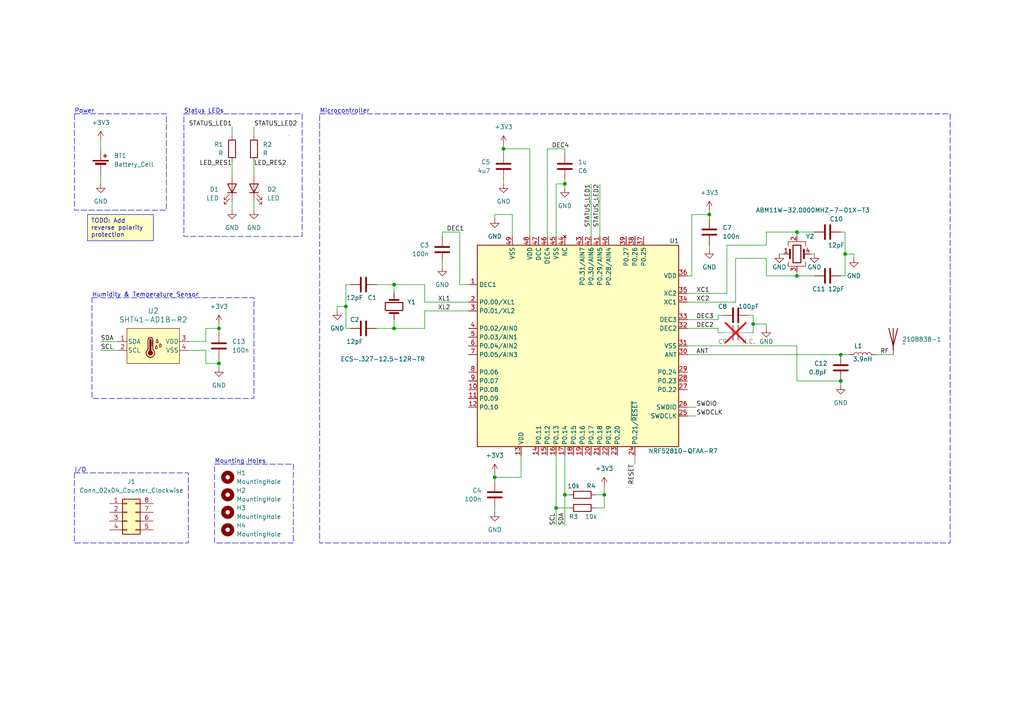
<source format=kicad_sch>
(kicad_sch (version 20230121) (generator eeschema)
  (paper "A4")
  (lib_symbols
    (symbol "Connector_Generic:Conn_02x04_Counter_Clockwise" (pin_names (offset 1.016) hide)
      (property "Reference" "J" (at 1.27 5.08 0))
      (property "Value" "Conn_02x04_Counter_Clockwise" (at 1.27 -7.62 0))
      (symbol "Conn_02x04_Counter_Clockwise_1_1"
        (rectangle (start -1.27 -4.953) (end 0 -5.207) (stroke (width 0.1524)))
        (rectangle (start -1.27 -2.413) (end 0 -2.667) (stroke (width 0.1524)))
        (rectangle (start -1.27 0.127) (end 0 -0.127) (stroke (width 0.1524)))
        (rectangle (start -1.27 2.667) (end 0 2.413) (stroke (width 0.1524)))
        (rectangle (start -1.27 3.81) (end 3.81 -6.35) (stroke (width 0.254)) (fill (type background)))
        (rectangle (start 3.81 -4.953) (end 2.54 -5.207) (stroke (width 0.1524)))
        (rectangle (start 3.81 -2.413) (end 2.54 -2.667) (stroke (width 0.1524)))
        (rectangle (start 3.81 0.127) (end 2.54 -0.127) (stroke (width 0.1524)))
        (rectangle (start 3.81 2.667) (end 2.54 2.413) (stroke (width 0.1524)))
        (pin passive line (at -5.08 2.54 0) (length 3.81) (name "Pin_1") (number "1"))
        (pin passive line (at -5.08 0 0) (length 3.81) (name "Pin_2") (number "2"))
        (pin passive line (at -5.08 -2.54 0) (length 3.81) (name "Pin_3") (number "3"))
        (pin passive line (at -5.08 -5.08 0) (length 3.81) (name "Pin_4") (number "4"))
        (pin passive line (at 7.62 -5.08 180) (length 3.81) (name "Pin_5") (number "5"))
        (pin passive line (at 7.62 -2.54 180) (length 3.81) (name "Pin_6") (number "6"))
        (pin passive line (at 7.62 0 180) (length 3.81) (name "Pin_7") (number "7"))
        (pin passive line (at 7.62 2.54 180) (length 3.81) (name "Pin_8") (number "8"))
      )
    )
    (symbol "Device:Antenna" (pin_numbers hide) (pin_names (offset 1.016) hide)
      (property "Reference" "AE" (at -1.905 1.905 0))
      (property "Value" "Antenna" (at -1.905 0 0))
      (symbol "Antenna_0_1"
        (polyline (pts (xy 0 2.54) (xy 0 -3.81)) (stroke (width 0.254)))
        (polyline (pts (xy 1.27 2.54) (xy 0 -2.54) (xy -1.27 2.54)) (stroke (width 0.254)))
      )
      (symbol "Antenna_1_1"
        (pin input line (at 0 -5.08 90) (length 2.54) (name "A") (number "1"))
      )
    )
    (symbol "Device:Battery_Cell" (pin_numbers hide) (pin_names (offset 0) hide)
      (property "Reference" "BT" (at 2.54 2.54 0))
      (property "Value" "Battery_Cell" (at 2.54 0 0))
      (symbol "Battery_Cell_0_1"
        (rectangle (start -2.286 1.778) (end 2.286 1.524) (fill (type outline)))
        (rectangle (start -1.524 1.016) (end 1.524 0.508) (fill (type outline)))
        (polyline (pts (xy 0 0.762) (xy 0 0)))
        (polyline (pts (xy 0 1.778) (xy 0 2.54)))
        (polyline (pts (xy 0.762 3.048) (xy 1.778 3.048)) (stroke (width 0.254)))
        (polyline (pts (xy 1.27 3.556) (xy 1.27 2.54)) (stroke (width 0.254)))
      )
      (symbol "Battery_Cell_1_1"
        (pin passive line (at 0 5.08 270) (length 2.54) (name "+") (number "1"))
        (pin passive line (at 0 -2.54 90) (length 2.54) (name "-") (number "2"))
      )
    )
    (symbol "Device:C" (pin_numbers hide) (pin_names (offset 0.254))
      (property "Reference" "C" (at 0.635 2.54 0))
      (property "Value" "C" (at 0.635 -2.54 0))
      (symbol "C_0_1"
        (polyline (pts (xy -2.032 -0.762) (xy 2.032 -0.762)) (stroke (width 0.508)))
        (polyline (pts (xy -2.032 0.762) (xy 2.032 0.762)) (stroke (width 0.508)))
      )
      (symbol "C_1_1"
        (pin passive line (at 0 3.81 270) (length 2.794) (name "~") (number "1"))
        (pin passive line (at 0 -3.81 90) (length 2.794) (name "~") (number "2"))
      )
    )
    (symbol "Device:Crystal" (pin_numbers hide) (pin_names (offset 1.016) hide)
      (property "Reference" "Y" (at 0 3.81 0))
      (property "Value" "Crystal" (at 0 -3.81 0))
      (symbol "Crystal_0_1"
        (rectangle (start -1.143 2.54) (end 1.143 -2.54) (stroke (width 0.3048)))
        (polyline (pts (xy -2.54 0) (xy -1.905 0)))
        (polyline (pts (xy -1.905 -1.27) (xy -1.905 1.27)) (stroke (width 0.508)))
        (polyline (pts (xy 1.905 -1.27) (xy 1.905 1.27)) (stroke (width 0.508)))
        (polyline (pts (xy 2.54 0) (xy 1.905 0)))
      )
      (symbol "Crystal_1_1"
        (pin passive line (at -3.81 0 0) (length 1.27) (name "1") (number "1"))
        (pin passive line (at 3.81 0 180) (length 1.27) (name "2") (number "2"))
      )
    )
    (symbol "Device:Crystal_GND23" (pin_names (offset 1.016) hide)
      (property "Reference" "Y" (at 3.175 5.08 0))
      (property "Value" "Crystal_GND23" (at 3.175 3.175 0))
      (symbol "Crystal_GND23_0_1"
        (rectangle (start -1.143 2.54) (end 1.143 -2.54) (stroke (width 0.3048)))
        (polyline (pts (xy -2.54 0) (xy -2.032 0)))
        (polyline (pts (xy -2.032 -1.27) (xy -2.032 1.27)) (stroke (width 0.508)))
        (polyline (pts (xy 0 -3.81) (xy 0 -3.556)))
        (polyline (pts (xy 0 3.556) (xy 0 3.81)))
        (polyline (pts (xy 2.032 -1.27) (xy 2.032 1.27)) (stroke (width 0.508)))
        (polyline (pts (xy 2.032 0) (xy 2.54 0)))
        (polyline (pts (xy -2.54 -2.286) (xy -2.54 -3.556) (xy 2.54 -3.556) (xy 2.54 -2.286)))
        (polyline (pts (xy -2.54 2.286) (xy -2.54 3.556) (xy 2.54 3.556) (xy 2.54 2.286)))
      )
      (symbol "Crystal_GND23_1_1"
        (pin passive line (at -3.81 0 0) (length 1.27) (name "1") (number "1"))
        (pin passive line (at 0 5.08 270) (length 1.27) (name "2") (number "2"))
        (pin passive line (at 0 -5.08 90) (length 1.27) (name "3") (number "3"))
        (pin passive line (at 3.81 0 180) (length 1.27) (name "4") (number "4"))
      )
    )
    (symbol "Device:L" (pin_numbers hide) (pin_names (offset 1.016) hide)
      (property "Reference" "L" (at -1.27 0 90))
      (property "Value" "L" (at 1.905 0 90))
      (symbol "L_0_1"
        (arc (start 0 -2.54) (mid 0.6323 -1.905) (end 0 -1.27))
        (arc (start 0 -1.27) (mid 0.6323 -0.635) (end 0 0))
        (arc (start 0 0) (mid 0.6323 0.635) (end 0 1.27))
        (arc (start 0 1.27) (mid 0.6323 1.905) (end 0 2.54))
      )
      (symbol "L_1_1"
        (pin passive line (at 0 3.81 270) (length 1.27) (name "1") (number "1"))
        (pin passive line (at 0 -3.81 90) (length 1.27) (name "2") (number "2"))
      )
    )
    (symbol "Device:LED" (pin_numbers hide) (pin_names (offset 1.016) hide)
      (property "Reference" "D" (at 0 2.54 0))
      (property "Value" "LED" (at 0 -2.54 0))
      (symbol "LED_0_1"
        (polyline (pts (xy -1.27 -1.27) (xy -1.27 1.27)) (stroke (width 0.254)))
        (polyline (pts (xy -1.27 0) (xy 1.27 0)))
        (polyline (pts (xy 1.27 -1.27) (xy 1.27 1.27) (xy -1.27 0) (xy 1.27 -1.27)) (stroke (width 0.254)))
        (polyline (pts (xy -3.048 -0.762) (xy -4.572 -2.286) (xy -3.81 -2.286) (xy -4.572 -2.286) (xy -4.572 -1.524)))
        (polyline (pts (xy -1.778 -0.762) (xy -3.302 -2.286) (xy -2.54 -2.286) (xy -3.302 -2.286) (xy -3.302 -1.524)))
      )
      (symbol "LED_1_1"
        (pin passive line (at -3.81 0 0) (length 2.54) (name "K") (number "1"))
        (pin passive line (at 3.81 0 180) (length 2.54) (name "A") (number "2"))
      )
    )
    (symbol "Device:R" (pin_numbers hide) (pin_names (offset 0))
      (property "Reference" "R" (at 2.032 0 90))
      (property "Value" "R" (at 0 0 90))
      (symbol "R_0_1"
        (rectangle (start -1.016 -2.54) (end 1.016 2.54) (stroke (width 0.254)))
      )
      (symbol "R_1_1"
        (pin passive line (at 0 3.81 270) (length 1.27) (name "~") (number "1"))
        (pin passive line (at 0 -3.81 90) (length 1.27) (name "~") (number "2"))
      )
    )
    (symbol "Mechanical:MountingHole" (pin_names (offset 1.016))
      (property "Reference" "H" (at 0 5.08 0))
      (property "Value" "MountingHole" (at 0 3.175 0))
      (symbol "MountingHole_0_1"
        (circle (center 0 0) (radius 1.27) (stroke (width 1.27)))
      )
    )
    (symbol "encyclopedia_galactica:NRF52810-QFAA-R7"
      (property "Reference" "U" (at 0 54.61 0))
      (property "Value" "NRF52810-QFAA-R7" (at 0 52.07 0))
      (symbol "NRF52810-QFAA-R7_0_1"
        (rectangle (start -29.21 29.21) (end 29.21 -29.21) (stroke (width 0.254)) (fill (type background)))
      )
      (symbol "NRF52810-QFAA-R7_1_1"
        (pin passive line (at -31.75 17.78 0) (length 2.54) (name "DEC1") (number "1"))
        (pin bidirectional line (at -31.75 -12.7 0) (length 2.54) (name "P0.08") (number "10"))
        (pin bidirectional line (at -31.75 -15.24 0) (length 2.54) (name "P0.09") (number "11"))
        (pin bidirectional line (at -31.75 -17.78 0) (length 2.54) (name "P0.10") (number "12"))
        (pin power_in line (at -16.51 -31.75 90) (length 2.54) (name "VDD") (number "13"))
        (pin bidirectional line (at -11.43 -31.75 90) (length 2.54) (name "P0.11") (number "14"))
        (pin bidirectional line (at -8.89 -31.75 90) (length 2.54) (name "P0.12") (number "15"))
        (pin bidirectional line (at -6.35 -31.75 90) (length 2.54) (name "P0.13") (number "16"))
        (pin bidirectional line (at -3.81 -31.75 90) (length 2.54) (name "P0.14") (number "17"))
        (pin bidirectional line (at -1.27 -31.75 90) (length 2.54) (name "P0.15") (number "18"))
        (pin bidirectional line (at 1.27 -31.75 90) (length 2.54) (name "P0.16") (number "19"))
        (pin bidirectional line (at -31.75 12.7 0) (length 2.54) (name "P0.00/XL1") (number "2"))
        (pin bidirectional line (at 3.81 -31.75 90) (length 2.54) (name "P0.17") (number "20"))
        (pin bidirectional line (at 6.35 -31.75 90) (length 2.54) (name "P0.18") (number "21"))
        (pin bidirectional line (at 8.89 -31.75 90) (length 2.54) (name "P0.19") (number "22"))
        (pin bidirectional line (at 11.43 -31.75 90) (length 2.54) (name "P0.20") (number "23"))
        (pin bidirectional line (at 16.51 -31.75 90) (length 2.54) (name "P0.21/~{RESET}") (number "24"))
        (pin input line (at 31.75 -20.32 180) (length 2.54) (name "SWDCLK") (number "25"))
        (pin bidirectional line (at 31.75 -17.78 180) (length 2.54) (name "SWDIO") (number "26"))
        (pin bidirectional line (at 31.75 -12.7 180) (length 2.54) (name "P0.22") (number "27"))
        (pin bidirectional line (at 31.75 -10.16 180) (length 2.54) (name "P0.23") (number "28"))
        (pin bidirectional line (at 31.75 -7.62 180) (length 2.54) (name "P0.24") (number "29"))
        (pin bidirectional line (at -31.75 10.16 0) (length 2.54) (name "P0.01/XL2") (number "3"))
        (pin passive line (at 31.75 -2.54 180) (length 2.54) (name "ANT") (number "30"))
        (pin power_in line (at 31.75 0 180) (length 2.54) (name "VSS") (number "31"))
        (pin passive line (at 31.75 5.08 180) (length 2.54) (name "DEC2") (number "32"))
        (pin passive line (at 31.75 7.62 180) (length 2.54) (name "DEC3") (number "33"))
        (pin input line (at 31.75 12.7 180) (length 2.54) (name "XC1") (number "34"))
        (pin input line (at 31.75 15.24 180) (length 2.54) (name "XC2") (number "35"))
        (pin passive line (at 31.75 20.32 180) (length 2.54) (name "VDD") (number "36"))
        (pin bidirectional line (at 19.05 31.75 270) (length 2.54) (name "P0.25") (number "37"))
        (pin bidirectional line (at 16.51 31.75 270) (length 2.54) (name "P0.26") (number "38"))
        (pin bidirectional line (at 13.97 31.75 270) (length 2.54) (name "P0.27") (number "39"))
        (pin bidirectional line (at -31.75 5.08 0) (length 2.54) (name "P0.02/AIN0") (number "4"))
        (pin bidirectional line (at 8.89 31.75 270) (length 2.54) (name "P0.28/AIN4") (number "40"))
        (pin bidirectional line (at 6.35 31.75 270) (length 2.54) (name "P0.29/AIN5") (number "41"))
        (pin bidirectional line (at 3.81 31.75 270) (length 2.54) (name "P0.30/AIN6") (number "42"))
        (pin bidirectional line (at 1.27 31.75 270) (length 2.54) (name "P0.31/AIN7") (number "43"))
        (pin no_connect line (at -3.81 31.75 270) (length 2.54) (name "NC") (number "44"))
        (pin passive line (at -6.35 31.75 270) (length 2.54) (name "VSS") (number "45"))
        (pin passive line (at -8.89 31.75 270) (length 2.54) (name "DEC4") (number "46"))
        (pin power_out line (at -11.43 31.75 270) (length 2.54) (name "DCC") (number "47"))
        (pin passive line (at -13.97 31.75 270) (length 2.54) (name "VDD") (number "48"))
        (pin passive line (at -19.05 31.75 270) (length 2.54) (name "VSS") (number "49"))
        (pin bidirectional line (at -31.75 2.54 0) (length 2.54) (name "P0.03/AIN1") (number "5"))
        (pin bidirectional line (at -31.75 0 0) (length 2.54) (name "P0.04/AIN2") (number "6"))
        (pin bidirectional line (at -31.75 -2.54 0) (length 2.54) (name "P0.05/AIN3") (number "7"))
        (pin bidirectional line (at -31.75 -7.62 0) (length 2.54) (name "P0.06") (number "8"))
        (pin bidirectional line (at -31.75 -10.16 0) (length 2.54) (name "P0.07") (number "9"))
      )
    )
    (symbol "encyclopedia_galactica:SHT41-AD1B-R2" (pin_names (offset 0.254))
      (property "Reference" "U" (at 0 13.97 0))
      (property "Value" "SHT41-AD1B-R2" (at 0 11.43 0))
      (symbol "SHT41-AD1B-R2_0_0"
        (polyline (pts (xy -0.7782 -2.7679) (xy -0.7538 -2.7614) (xy -0.6273 -2.7452) (xy -0.5713 -2.733) (xy -0.4386 -2.65) (xy -0.3005 -2.5149) (xy -0.1862 -2.3589) (xy -0.1253 -2.2133) (xy -0.1122 -1.9777) (xy -0.1841 -1.7536) (xy -0.3553 -1.5359) (xy -0.5465 -1.3446) (xy -0.5465 0.2882) (xy -0.5465 1.9209) (xy -0.6855 2.012) (xy -0.7691 2.0613) (xy -0.8546 2.0708) (xy -0.9634 2.012) (xy -1.1023 1.9209) (xy -1.1023 0.2767) (xy -1.1023 -1.3675) (xy -1.2424 -1.4777) (xy -1.2888 -1.5171) (xy -1.4497 -1.7284) (xy -1.5229 -1.9679) (xy -1.5126 -2.2124) (xy -1.4228 -2.4384) (xy -1.2576 -2.6226) (xy -1.0211 -2.7416) (xy -0.8813 -2.7694) (xy -0.7782 -2.7679)) (stroke (width 0.01)) (fill (type outline)))
        (polyline (pts (xy 2.1727 -0.3391) (xy 2.3119 -0.2679) (xy 2.3683 -0.175) (xy 2.3992 -0.0278) (xy 2.3871 0.0546) (xy 2.337 0.2108) (xy 2.2619 0.3868) (xy 2.177 0.5511) (xy 2.0973 0.6727) (xy 2.0379 0.7202) (xy 1.9994 0.6955) (xy 1.9245 0.5928) (xy 1.8393 0.4391) (xy 1.7593 0.2658) (xy 1.6999 0.1045) (xy 1.6767 -0.0135) (xy 1.6805 -0.0349) (xy 1.7878 -0.0349) (xy 1.7977 0.0177) (xy 1.8421 0.1542) (xy 1.9103 0.3256) (xy 2.0328 0.6103) (xy 2.1597 0.3359) (xy 2.2226 0.1922) (xy 2.2764 0.0231) (xy 2.275 -0.0919) (xy 2.2213 -0.1774) (xy 2.1655 -0.214) (xy 2.0379 -0.2441) (xy 1.9584 -0.2324) (xy 1.8367 -0.1559) (xy 1.7878 -0.0349) (xy 1.6805 -0.0349) (xy 1.6952 -0.1171) (xy 1.7686 -0.2536) (xy 1.8305 -0.3015) (xy 1.9945 -0.3498) (xy 2.1727 -0.3391)) (stroke (width 0.01)) (fill (type outline)))
        (polyline (pts (xy 1.2779 0.8852) (xy 1.3876 0.9342) (xy 1.439 1.0346) (xy 1.4494 1.2197) (xy 1.4056 1.4476) (xy 1.3104 1.6903) (xy 1.2438 1.815) (xy 1.1682 1.9333) (xy 1.1209 1.9791) (xy 1.087 1.9506) (xy 1.016 1.8457) (xy 0.9313 1.6903) (xy 0.8493 1.4902) (xy 0.7962 1.2577) (xy 0.7964 1.2083) (xy 0.8985 1.2083) (xy 0.907 1.2863) (xy 0.947 1.4367) (xy 1.0063 1.5899) (xy 1.0699 1.7089) (xy 1.1227 1.7568) (xy 1.1687 1.7194) (xy 1.2295 1.6057) (xy 1.286 1.4514) (xy 1.3252 1.2933) (xy 1.3338 1.1679) (xy 1.3235 1.1054) (xy 1.2709 1.0212) (xy 1.1467 0.9899) (xy 1.1356 0.9889) (xy 0.987 0.994) (xy 0.9164 1.0597) (xy 0.8985 1.2083) (xy 0.7964 1.2083) (xy 0.7968 1.063) (xy 0.8541 0.9342) (xy 0.9555 0.8871) (xy 1.116 0.8695) (xy 1.2779 0.8852)) (stroke (width 0.01)) (fill (type outline)))
        (polyline (pts (xy 1.1245 -0.8535) (xy 1.1312 -0.8498) (xy 1.2085 -0.7577) (xy 1.2315 -0.5895) (xy 1.2238 -0.507) (xy 1.1823 -0.3342) (xy 1.116 -0.1464) (xy 1.038 0.0259) (xy 0.9612 0.1517) (xy 0.8985 0.2005) (xy 0.864 0.1827) (xy 0.7914 0.0847) (xy 0.7123 -0.0722) (xy 0.6397 -0.2572) (xy 0.5864 -0.4397) (xy 0.5682 -0.5702) (xy 0.6762 -0.5702) (xy 0.6847 -0.4923) (xy 0.7246 -0.3419) (xy 0.784 -0.1887) (xy 0.8476 -0.0697) (xy 0.9004 -0.0218) (xy 0.9464 -0.0591) (xy 1.0072 -0.1728) (xy 1.0637 -0.3271) (xy 1.1029 -0.4853) (xy 1.1115 -0.6106) (xy 1.1012 -0.6731) (xy 1.0485 -0.7574) (xy 0.9243 -0.7887) (xy 0.9133 -0.7897) (xy 0.7647 -0.7846) (xy 0.6941 -0.7188) (xy 0.6762 -0.5702) (xy 0.5682 -0.5702) (xy 0.5656 -0.5887) (xy 0.5845 -0.7427) (xy 0.6623 -0.851) (xy 0.7257 -0.88) (xy 0.9286 -0.906) (xy 1.1245 -0.8535)) (stroke (width 0.01)) (fill (type outline)))
        (polyline (pts (xy -0.5545 -3.3797) (xy -0.2175 -3.2426) (xy 0.0945 -2.9972) (xy 0.1243 -2.9669) (xy 0.3463 -2.6832) (xy 0.4707 -2.3844) (xy 0.5089 -2.044) (xy 0.476 -1.8294) (xy 0.3828 -1.5698) (xy 0.2505 -1.3237) (xy 0.1 -1.1376) (xy -0.0463 -1.0029) (xy -0.0464 0.4742) (xy -0.0467 0.7893) (xy -0.0488 1.1761) (xy -0.0534 1.4752) (xy -0.0614 1.7005) (xy -0.0736 1.8661) (xy -0.0909 1.986) (xy -0.1139 2.0742) (xy -0.1437 2.1447) (xy -0.2598 2.3183) (xy -0.4689 2.4887) (xy -0.7142 2.5745) (xy -0.9722 2.5687) (xy -1.2192 2.4643) (xy -1.2384 2.4513) (xy -1.3421 2.3751) (xy -1.424 2.294) (xy -1.4867 2.1948) (xy -1.5327 2.0641) (xy -1.5646 1.8887) (xy -1.585 1.6553) (xy -1.5964 1.3506) (xy -1.6014 0.9613) (xy -1.6025 0.4742) (xy -1.6026 -1.0029) (xy -1.7489 -1.1376) (xy -1.8907 -1.3105) (xy -2.0247 -1.5544) (xy -2.1208 -1.8145) (xy -2.1578 -2.044) (xy -2.1575 -2.0827) (xy -2.138 -2.2218) (xy -1.9808 -2.2218) (xy -1.9707 -1.897) (xy -1.8626 -1.5804) (xy -1.6554 -1.2905) (xy -1.4358 -1.0597) (xy -1.4358 0.4346) (xy -1.4358 0.4797) (xy -1.4346 0.9365) (xy -1.4309 1.2963) (xy -1.424 1.572) (xy -1.4133 1.7764) (xy -1.398 1.9226) (xy -1.3777 2.0235) (xy -1.3515 2.0921) (xy -1.3513 2.0925) (xy -1.216 2.2564) (xy -1.0244 2.3768) (xy -0.8244 2.4237) (xy -0.7891 2.4224) (xy -0.5709 2.3561) (xy -0.3871 2.2073) (xy -0.2603 2.0002) (xy -0.2131 1.7595) (xy -0.2144 1.7118) (xy -0.2434 1.6157) (xy -0.3242 1.59) (xy -0.389 1.5745) (xy -0.4354 1.5066) (xy -0.4147 1.458) (xy -0.3242 1.4233) (xy -0.2391 1.3933) (xy -0.2131 1.2843) (xy -0.237 1.1779) (xy -0.3242 1.1454) (xy -0.389 1.1299) (xy -0.4354 1.062) (xy -0.4147 1.0134) (xy -0.3242 0.9786) (xy -0.2391 0.9486) (xy -0.2131 0.8397) (xy -0.237 0.7333) (xy -0.3242 0.7007) (xy -0.389 0.6853) (xy -0.4354 0.6174) (xy -0.4147 0.5687) (xy -0.3242 0.534) (xy -0.2391 0.504) (xy -0.2131 0.395) (xy -0.237 0.2887) (xy -0.3242 0.2561) (xy -0.389 0.2406) (xy -0.4354 0.1727) (xy -0.4147 0.1241) (xy -0.3242 0.0894) (xy -0.3128 0.0892) (xy -0.2667 0.0778) (xy -0.2375 0.0345) (xy -0.2213 -0.0606) (xy -0.2145 -0.2272) (xy -0.2131 -0.4852) (xy -0.2131 -1.0597) (xy 0.0065 -1.2905) (xy 0.1132 -1.418) (xy 0.2758 -1.7239) (xy 0.3386 -2.0486) (xy 0.3025 -2.3736) (xy 0.168 -2.6806) (xy -0.0639 -2.9511) (xy -0.1168 -2.9941) (xy -0.3007 -3.1115) (xy -0.4755 -3.1865) (xy -0.586 -3.2131) (xy -0.9384 -3.2355) (xy -1.2628 -3.1514) (xy -1.568 -2.9592) (xy -1.7106 -2.8208) (xy -1.8938 -2.5359) (xy -1.9808 -2.2218) (xy -2.138 -2.2218) (xy -2.1106 -2.4174) (xy -1.9764 -2.7137) (xy -1.7434 -2.9978) (xy -1.5826 -3.142) (xy -1.4085 -3.2682) (xy -1.2691 -3.3395) (xy -0.9161 -3.4084) (xy -0.5545 -3.3797)) (stroke (width 0.01)) (fill (type outline)))
      )
      (symbol "SHT41-AD1B-R2_1_1"
        (rectangle (start -7.62 5.08) (end 7.62 -5.08) (fill (type background)))
        (pin bidirectional line (at -10.16 1.27 0) (length 2.54) (name "SDA") (number "1"))
        (pin input line (at -10.16 -1.27 0) (length 2.54) (name "SCL") (number "2"))
        (pin power_in line (at 10.16 1.27 180) (length 2.54) (name "VDD") (number "3"))
        (pin power_out line (at 10.16 -1.27 180) (length 2.54) (name "VSS") (number "4"))
      )
    )
    (symbol "power:+3V3" (power) (pin_names (offset 0))
      (property "Value" "+3V3" (at 0 3.556 0))
      (symbol "+3V3_0_1"
        (polyline (pts (xy -0.762 1.27) (xy 0 2.54)))
        (polyline (pts (xy 0 0) (xy 0 2.54)))
        (polyline (pts (xy 0 2.54) (xy 0.762 1.27)))
      )
      (symbol "+3V3_1_1"
        (pin power_in line (at 0 0 90) (length 0) hide (name "+3V3") (number "1"))
      )
    )
    (symbol "power:GND" (power) (pin_names (offset 0))
      (property "Value" "GND" (at 0 -3.81 0))
      (symbol "GND_0_1"
        (polyline (pts (xy 0 0) (xy 0 -1.27) (xy 1.27 -1.27) (xy 0 -2.54) (xy -1.27 -1.27) (xy 0 -1.27)))
      )
      (symbol "GND_1_1"
        (pin power_in line (at 0 0 270) (length 0) hide (name "GND") (number "1"))
      )
    )
  )
  (junction (at 231.14 67.31))
  (junction (at 163.83 143.51))
  (junction (at 243.84 110.49))
  (junction (at 163.83 53.34))
  (junction (at 175.26 143.51))
  (junction (at 243.84 102.87))
  (junction (at 114.3 95.25))
  (junction (at 63.5 105.41))
  (junction (at 143.51 138.43))
  (junction (at 205.74 62.23))
  (junction (at 231.14 80.01))
  (junction (at 100.33 88.9))
  (junction (at 218.44 93.98))
  (junction (at 114.3 82.55))
  (junction (at 63.5 95.25))
  (junction (at 245.11 73.66))
  (junction (at 146.05 43.18))
  (junction (at 161.29 147.32))
  (wire (pts (xy 128.27 76.2) (xy 128.27 77.47)))
  (wire (pts (xy 100.33 95.25) (xy 100.33 88.9)))
  (wire (pts (xy 163.83 52.07) (xy 163.83 53.34)))
  (wire (pts (xy 231.14 80.01) (xy 231.14 78.74)))
  (wire (pts (xy 200.66 80.01) (xy 199.39 80.01)))
  (wire (pts (xy 29.21 101.6) (xy 34.29 101.6)))
  (wire (pts (xy 210.82 71.12) (xy 210.82 85.09)))
  (wire (pts (xy 146.05 52.07) (xy 146.05 53.34)))
  (wire (pts (xy 222.25 93.98) (xy 218.44 93.98)))
  (wire (pts (xy 172.72 143.51) (xy 175.26 143.51)))
  (wire (pts (xy 213.36 74.93) (xy 222.25 74.93)))
  (wire (pts (xy 63.5 93.98) (xy 63.5 95.25)))
  (wire (pts (xy 114.3 82.55) (xy 114.3 85.09)))
  (wire (pts (xy 123.19 82.55) (xy 123.19 87.63)))
  (wire (pts (xy 254 102.87) (xy 259.08 102.87)))
  (wire (pts (xy 29.21 50.8) (xy 29.21 53.34)))
  (wire (pts (xy 161.29 147.32) (xy 165.1 147.32)))
  (wire (pts (xy 171.45 53.34) (xy 171.45 68.58)))
  (wire (pts (xy 59.69 95.25) (xy 63.5 95.25)))
  (wire (pts (xy 163.83 143.51) (xy 163.83 152.4)))
  (wire (pts (xy 245.11 80.01) (xy 245.11 73.66)))
  (wire (pts (xy 123.19 90.17) (xy 135.89 90.17)))
  (wire (pts (xy 209.55 96.52) (xy 208.28 96.52)))
  (wire (pts (xy 173.99 53.34) (xy 173.99 68.58)))
  (wire (pts (xy 67.31 36.83) (xy 67.31 39.37)))
  (wire (pts (xy 163.83 143.51) (xy 165.1 143.51)))
  (wire (pts (xy 101.6 95.25) (xy 100.33 95.25)))
  (wire (pts (xy 143.51 147.32) (xy 143.51 148.59)))
  (wire (pts (xy 128.27 68.58) (xy 128.27 67.31)))
  (wire (pts (xy 29.21 40.64) (xy 29.21 43.18)))
  (wire (pts (xy 143.51 138.43) (xy 151.13 138.43)))
  (wire (pts (xy 133.35 82.55) (xy 133.35 67.31)))
  (wire (pts (xy 133.35 67.31) (xy 128.27 67.31)))
  (wire (pts (xy 161.29 147.32) (xy 161.29 152.4)))
  (wire (pts (xy 222.25 95.25) (xy 222.25 93.98)))
  (wire (pts (xy 243.84 102.87) (xy 246.38 102.87)))
  (wire (pts (xy 218.44 93.98) (xy 218.44 96.52)))
  (wire (pts (xy 59.69 99.06) (xy 59.69 95.25)))
  (wire (pts (xy 205.74 60.96) (xy 205.74 62.23)))
  (wire (pts (xy 63.5 95.25) (xy 63.5 96.52)))
  (wire (pts (xy 231.14 67.31) (xy 222.25 67.31)))
  (wire (pts (xy 227.33 73.66) (xy 226.06 73.66)))
  (wire (pts (xy 158.75 43.18) (xy 158.75 68.58)))
  (wire (pts (xy 209.55 91.44) (xy 208.28 91.44)))
  (wire (pts (xy 143.51 138.43) (xy 143.51 139.7)))
  (wire (pts (xy 153.67 43.18) (xy 146.05 43.18)))
  (wire (pts (xy 217.17 91.44) (xy 218.44 91.44)))
  (wire (pts (xy 143.51 137.16) (xy 143.51 138.43)))
  (wire (pts (xy 199.39 100.33) (xy 231.14 100.33)))
  (wire (pts (xy 97.79 90.17) (xy 97.79 88.9)))
  (wire (pts (xy 199.39 102.87) (xy 243.84 102.87)))
  (wire (pts (xy 109.22 82.55) (xy 114.3 82.55)))
  (wire (pts (xy 146.05 41.91) (xy 146.05 43.18)))
  (wire (pts (xy 153.67 68.58) (xy 153.67 43.18)))
  (wire (pts (xy 161.29 132.08) (xy 161.29 147.32)))
  (wire (pts (xy 213.36 74.93) (xy 213.36 87.63)))
  (wire (pts (xy 172.72 147.32) (xy 175.26 147.32)))
  (wire (pts (xy 175.26 143.51) (xy 175.26 140.97)))
  (wire (pts (xy 163.83 132.08) (xy 163.83 143.51)))
  (wire (pts (xy 231.14 67.31) (xy 231.14 68.58)))
  (wire (pts (xy 245.11 67.31) (xy 243.84 67.31)))
  (wire (pts (xy 222.25 80.01) (xy 231.14 80.01)))
  (wire (pts (xy 73.66 58.42) (xy 73.66 60.96)))
  (wire (pts (xy 184.15 132.08) (xy 184.15 134.62)))
  (wire (pts (xy 231.14 100.33) (xy 231.14 110.49)))
  (wire (pts (xy 236.22 73.66) (xy 234.95 73.66)))
  (wire (pts (xy 205.74 62.23) (xy 205.74 63.5)))
  (wire (pts (xy 231.14 110.49) (xy 243.84 110.49)))
  (wire (pts (xy 114.3 95.25) (xy 123.19 95.25)))
  (wire (pts (xy 199.39 95.25) (xy 208.28 95.25)))
  (wire (pts (xy 205.74 71.12) (xy 205.74 72.39)))
  (wire (pts (xy 63.5 105.41) (xy 63.5 106.68)))
  (wire (pts (xy 146.05 43.18) (xy 146.05 44.45)))
  (wire (pts (xy 247.65 74.93) (xy 247.65 73.66)))
  (wire (pts (xy 67.31 58.42) (xy 67.31 60.96)))
  (wire (pts (xy 148.59 62.23) (xy 143.51 62.23)))
  (wire (pts (xy 67.31 46.99) (xy 67.31 50.8)))
  (wire (pts (xy 114.3 82.55) (xy 123.19 82.55)))
  (wire (pts (xy 199.39 92.71) (xy 208.28 92.71)))
  (wire (pts (xy 200.66 62.23) (xy 205.74 62.23)))
  (wire (pts (xy 163.83 43.18) (xy 163.83 44.45)))
  (wire (pts (xy 217.17 96.52) (xy 218.44 96.52)))
  (wire (pts (xy 243.84 80.01) (xy 245.11 80.01)))
  (wire (pts (xy 123.19 95.25) (xy 123.19 90.17)))
  (wire (pts (xy 163.83 53.34) (xy 163.83 54.61)))
  (wire (pts (xy 199.39 120.65) (xy 201.93 120.65)))
  (wire (pts (xy 100.33 88.9) (xy 100.33 82.55)))
  (wire (pts (xy 158.75 43.18) (xy 163.83 43.18)))
  (wire (pts (xy 73.66 46.99) (xy 73.66 50.8)))
  (wire (pts (xy 175.26 147.32) (xy 175.26 143.51)))
  (wire (pts (xy 63.5 104.14) (xy 63.5 105.41)))
  (wire (pts (xy 213.36 87.63) (xy 199.39 87.63)))
  (wire (pts (xy 208.28 95.25) (xy 208.28 96.52)))
  (wire (pts (xy 222.25 67.31) (xy 222.25 71.12)))
  (wire (pts (xy 243.84 110.49) (xy 243.84 111.76)))
  (wire (pts (xy 54.61 99.06) (xy 59.69 99.06)))
  (wire (pts (xy 245.11 73.66) (xy 245.11 67.31)))
  (wire (pts (xy 161.29 53.34) (xy 163.83 53.34)))
  (wire (pts (xy 247.65 73.66) (xy 245.11 73.66)))
  (wire (pts (xy 59.69 101.6) (xy 59.69 105.41)))
  (wire (pts (xy 143.51 62.23) (xy 143.51 63.5)))
  (wire (pts (xy 148.59 68.58) (xy 148.59 62.23)))
  (wire (pts (xy 135.89 82.55) (xy 133.35 82.55)))
  (wire (pts (xy 73.66 36.83) (xy 73.66 39.37)))
  (wire (pts (xy 222.25 80.01) (xy 222.25 74.93)))
  (wire (pts (xy 236.22 67.31) (xy 231.14 67.31)))
  (wire (pts (xy 54.61 101.6) (xy 59.69 101.6)))
  (wire (pts (xy 218.44 91.44) (xy 218.44 93.98)))
  (wire (pts (xy 114.3 92.71) (xy 114.3 95.25)))
  (wire (pts (xy 29.21 99.06) (xy 34.29 99.06)))
  (wire (pts (xy 109.22 95.25) (xy 114.3 95.25)))
  (wire (pts (xy 59.69 105.41) (xy 63.5 105.41)))
  (wire (pts (xy 151.13 132.08) (xy 151.13 138.43)))
  (wire (pts (xy 200.66 62.23) (xy 200.66 80.01)))
  (wire (pts (xy 161.29 53.34) (xy 161.29 68.58)))
  (wire (pts (xy 199.39 118.11) (xy 201.93 118.11)))
  (wire (pts (xy 123.19 87.63) (xy 135.89 87.63)))
  (wire (pts (xy 210.82 71.12) (xy 222.25 71.12)))
  (wire (pts (xy 97.79 88.9) (xy 100.33 88.9)))
  (wire (pts (xy 236.22 80.01) (xy 231.14 80.01)))
  (wire (pts (xy 199.39 85.09) (xy 210.82 85.09)))
  (wire (pts (xy 100.33 82.55) (xy 101.6 82.55)))
  (wire (pts (xy 208.28 91.44) (xy 208.28 92.71)))
  (rectangle (start 53.34 33.02) (end 87.63 68.58) (stroke (width 0) (type dash)))
  (rectangle (start 21.59 137.16) (end 54.61 157.48) (stroke (width 0) (type dash)))
  (rectangle (start 21.59 33.02) (end 48.26 60.96) (stroke (width 0) (type dash)))
  (rectangle (start 92.71 33.02) (end 275.59 157.48) (stroke (width 0) (type dash)))
  (rectangle (start 26.67 86.36) (end 73.66 115.57) (stroke (width 0) (type dash)))
  (rectangle (start 62.23 134.62) (end 85.09 157.48) (stroke (width 0) (type dash)))
  (rectangle (start 83.82 39.37) (end 83.82 39.37))
  (text_box "TODO: Add reverse polarity protection" (at 25.4 62.23 0) (size 19.05 7.62) (fill (type color) (color 255 255 194 1)) (effects (font (size 1.27 1.27)) (justify left top)))
  (text "Humidity & Temperature Sensor" (at 26.67 86.36 0) (effects (font (size 1.27 1.27)) (justify left bottom)))
  (text "Microcontroller" (at 92.71 33.02 0) (effects (font (size 1.27 1.27)) (justify left bottom)))
  (text "Mounting Holes" (at 62.23 134.62 0) (effects (font (size 1.27 1.27)) (justify left bottom)))
  (text "I/O" (at 21.59 137.16 0) (effects (font (size 1.27 1.27)) (justify left bottom)))
  (text "Status LEDs" (at 53.34 33.02 0) (effects (font (size 1.27 1.27)) (justify left bottom)))
  (text "Power" (at 21.59 33.02 0) (effects (font (size 1.27 1.27)) (justify left bottom)))
  (label "ANT" (at 201.93 102.87 0))
  (label "SDA" (at 29.21 99.06 0))
  (label "SWDIO" (at 201.93 118.11 0))
  (label "XC1" (at 201.93 85.09 0))
  (label "STATUS_LED1" (at 67.31 36.83 180))
  (label "SCL" (at 161.29 152.4 90))
  (label "DEC3" (at 201.93 92.71 0))
  (label "RF" (at 255.27 102.87 0))
  (label "STATUS_LED2" (at 173.99 53.34 270))
  (label "XL2" (at 127 90.17 0))
  (label "DEC2" (at 201.93 95.25 0))
  (label "LED_RES1" (at 67.31 48.26 180))
  (label "DEC1" (at 129.54 67.31 0))
  (label "SDA" (at 163.83 152.4 90))
  (label "SCL" (at 29.21 101.6 0))
  (label "STATUS_LED2" (at 73.66 36.83 0))
  (label "SWDCLK" (at 201.93 120.65 0))
  (label "STATUS_LED1" (at 171.45 53.34 270))
  (label "DEC4" (at 160.02 43.18 0))
  (label "XL1" (at 127 87.63 0))
  (label "XC2" (at 201.93 87.63 0))
  (label "LED_RES2" (at 73.66 48.26 0))
  (label "RESET" (at 184.15 134.62 270))
  (symbol (lib_id "power:GND") (at 226.06 73.66 0) (mirror y) (unit 1)
    (property "Reference" "#PWR016" (effects hide))
    (property "Value" "GND" (at 226.06 77.47 0))
  )
  (symbol (lib_id "Device:LED") (at 67.31 54.61 270) (mirror x) (unit 1)
    (property "Reference" "D1" (at 63.5 54.9275 90) (effects (justify right)))
    (property "Value" "LED" (at 63.5 57.4675 90) (effects (justify right)))
    (property "Footprint" "Resistor_SMD:R_0603_1608Metric" (effects hide))
  )
  (symbol (lib_id "power:+3V3") (at 63.5 93.98 0) (unit 1)
    (property "Reference" "#PWR020" (effects hide))
    (property "Value" "+3V3" (at 63.5 88.9 0))
  )
  (symbol (lib_id "Device:C") (at 105.41 95.25 270) (unit 1)
    (property "Reference" "C2" (at 102.87 92.71 90))
    (property "Value" "12pF" (at 102.87 99.06 90))
    (property "Footprint" "Capacitor_SMD:C_0603_1608Metric" (effects hide))
  )
  (symbol (lib_id "power:GND") (at 236.22 73.66 0) (mirror y) (unit 1)
    (property "Reference" "#PWR017" (effects hide))
    (property "Value" "GND" (at 236.22 77.47 0))
  )
  (symbol (lib_id "Device:C") (at 205.74 67.31 180) (unit 1)
    (property "Reference" "C7" (at 209.55 66.04 0) (effects (justify right)))
    (property "Value" "100n" (at 209.55 68.58 0) (effects (justify right)))
    (property "Footprint" "Capacitor_SMD:C_0603_1608Metric" (effects hide))
  )
  (symbol (lib_id "power:+3V3") (at 143.51 137.16 0) (unit 1)
    (property "Reference" "#PWR08" (effects hide))
    (property "Value" "+3V3" (at 143.51 132.08 0))
  )
  (symbol (lib_id "Device:C") (at 213.36 91.44 90) (unit 1)
    (property "Reference" "C8" (at 209.55 88.9 90))
    (property "Value" "100pF" (at 217.17 88.9 90))
    (property "Footprint" "Capacitor_SMD:C_0603_1608Metric" (effects hide))
  )
  (symbol (lib_id "power:GND") (at 243.84 111.76 0) (mirror y) (unit 1)
    (property "Reference" "#PWR018" (effects hide))
    (property "Value" "GND" (at 243.84 116.84 0))
  )
  (symbol (lib_id "power:GND") (at 73.66 60.96 0) (unit 1)
    (property "Reference" "#PWR04" (effects hide))
    (property "Value" "GND" (at 73.66 66.04 0))
  )
  (symbol (lib_id "power:GND") (at 63.5 106.68 0) (unit 1)
    (property "Reference" "#PWR021" (effects hide))
    (property "Value" "GND" (at 63.5 111.76 0))
  )
  (symbol (lib_id "power:GND") (at 128.27 77.47 0) (unit 1)
    (property "Reference" "#PWR06" (effects hide))
    (property "Value" "GND" (at 128.27 82.55 0))
  )
  (symbol (lib_id "Mechanical:MountingHole") (at 66.04 153.67 0) (unit 1)
    (property "Reference" "H4" (at 68.58 152.4 0) (effects (justify left)))
    (property "Value" "MountingHole" (at 68.58 154.94 0) (effects (justify left)))
    (property "Footprint" "MountingHole:MountingHole_2.2mm_M2" (effects hide))
  )
  (symbol (lib_id "power:GND") (at 146.05 53.34 0) (unit 1)
    (property "Reference" "#PWR011" (effects hide))
    (property "Value" "GND" (at 146.05 58.42 0))
  )
  (symbol (lib_id "power:+3V3") (at 205.74 60.96 0) (mirror y) (unit 1)
    (property "Reference" "#PWR013" (effects hide))
    (property "Value" "+3V3" (at 205.74 55.88 0))
  )
  (symbol (lib_id "Device:Crystal") (at 114.3 88.9 90) (unit 1)
    (property "Reference" "Y1" (at 118.11 87.63 90) (effects (justify right)))
    (property "Value" " ECS-.327-12.5-12R-TR " (at 97.79 104.14 90) (effects (justify right)))
    (property "Footprint" "encyclopedia_galactica:ECS-.327-12.5-12R-TR" (effects hide))
  )
  (symbol (lib_id "power:GND") (at 29.21 53.34 0) (unit 1)
    (property "Reference" "#PWR03" (effects hide))
    (property "Value" "GND" (at 29.21 58.42 0))
  )
  (symbol (lib_id "Device:C") (at 146.05 48.26 0) (mirror x) (unit 1)
    (property "Reference" "C5" (at 142.24 46.99 0) (effects (justify right)))
    (property "Value" "4u7" (at 142.24 49.53 0) (effects (justify right)))
    (property "Footprint" "Capacitor_SMD:C_0603_1608Metric" (effects hide))
  )
  (symbol (lib_id "Device:C") (at 105.41 82.55 270) (mirror x) (unit 1)
    (property "Reference" "C1" (at 107.95 86.36 90))
    (property "Value" "12pF" (at 102.87 86.36 90))
    (property "Footprint" "Capacitor_SMD:C_0603_1608Metric" (effects hide))
  )
  (symbol (lib_id "Device:C") (at 240.03 67.31 90) (unit 1)
    (property "Reference" "C10" (at 242.57 63.5 90))
    (property "Value" "12pF" (at 242.57 71.12 90))
    (property "Footprint" "Capacitor_SMD:C_0603_1608Metric" (effects hide))
  )
  (symbol (lib_id "encyclopedia_galactica:NRF52810-QFAA-R7") (at 167.64 100.33 0) (unit 1)
    (property "Reference" "U1" (at 195.58 69.85 0))
    (property "Value" "NRF52810-QFAA-R7" (at 198.12 130.81 0))
    (property "Footprint" "Package_DFN_QFN:QFN-48-1EP_6x6mm_P0.4mm_EP4.6x4.6mm" (effects hide))
    (property "Datasheet" "https://infocenter.nordicsemi.com/pdf/nRF52810_PS_v1.4.pdf" (effects hide))
  )
  (symbol (lib_id "power:GND") (at 143.51 148.59 0) (unit 1)
    (property "Reference" "#PWR09" (effects hide))
    (property "Value" "GND" (at 143.51 153.67 0))
  )
  (symbol (lib_id "power:GND") (at 163.83 54.61 0) (unit 1)
    (property "Reference" "#PWR012" (effects hide))
    (property "Value" "GND" (at 163.83 59.69 0))
  )
  (symbol (lib_id "power:+3V3") (at 29.21 40.64 0) (unit 1)
    (property "Reference" "#PWR02" (effects hide))
    (property "Value" "+3V3" (at 29.21 35.56 0))
  )
  (symbol (lib_id "Device:C") (at 63.5 100.33 0) (unit 1)
    (property "Reference" "C13" (at 67.31 99.06 0) (effects (justify left)))
    (property "Value" "100n" (at 67.31 101.6 0) (effects (justify left)))
    (property "Footprint" "Capacitor_SMD:C_0603_1608Metric" (effects hide))
  )
  (symbol (lib_id "Mechanical:MountingHole") (at 66.04 148.59 0) (unit 1)
    (property "Reference" "H3" (at 68.58 147.32 0) (effects (justify left)))
    (property "Value" "MountingHole" (at 68.58 149.86 0) (effects (justify left)))
    (property "Footprint" "MountingHole:MountingHole_2.2mm_M2" (effects hide))
  )
  (symbol (lib_id "Device:C") (at 128.27 72.39 0) (mirror x) (unit 1)
    (property "Reference" "C3" (at 124.46 71.12 0) (effects (justify right)))
    (property "Value" "100n" (at 124.46 73.66 0) (effects (justify right)))
    (property "Footprint" "Capacitor_SMD:C_0603_1608Metric" (effects hide))
  )
  (symbol (lib_id "Mechanical:MountingHole") (at 66.04 138.43 0) (unit 1)
    (property "Reference" "H1" (at 68.58 137.16 0) (effects (justify left)))
    (property "Value" "MountingHole" (at 68.58 139.7 0) (effects (justify left)))
    (property "Footprint" "MountingHole:MountingHole_2.2mm_M2" (effects hide))
  )
  (symbol (lib_id "power:+3V3") (at 146.05 41.91 0) (unit 1)
    (property "Reference" "#PWR010" (effects hide))
    (property "Value" "+3V3" (at 146.05 36.83 0))
  )
  (symbol (lib_id "Device:R") (at 168.91 147.32 90) (mirror x) (unit 1)
    (property "Reference" "R3" (at 166.37 149.86 90))
    (property "Value" "10k" (at 171.45 149.86 90))
    (property "Footprint" "Resistor_SMD:R_0603_1608Metric" (effects hide))
  )
  (symbol (lib_id "Device:C") (at 243.84 106.68 0) (mirror x) (unit 1)
    (property "Reference" "C12" (at 240.03 105.41 0) (effects (justify right)))
    (property "Value" "0.8pF" (at 240.03 107.95 0) (effects (justify right)))
    (property "Footprint" "Capacitor_SMD:C_0603_1608Metric" (effects hide))
  )
  (symbol (lib_id "Device:R") (at 67.31 43.18 0) (mirror y) (unit 1)
    (property "Reference" "R1" (at 64.77 41.91 0) (effects (justify left)))
    (property "Value" "R" (at 64.77 44.45 0) (effects (justify left)))
    (property "Footprint" "Resistor_SMD:R_0603_1608Metric" (effects hide))
  )
  (symbol (lib_id "Mechanical:MountingHole") (at 66.04 143.51 0) (unit 1)
    (property "Reference" "H2" (at 68.58 142.24 0) (effects (justify left)))
    (property "Value" "MountingHole" (at 68.58 144.78 0) (effects (justify left)))
    (property "Footprint" "MountingHole:MountingHole_2.2mm_M2" (effects hide))
  )
  (symbol (lib_id "power:GND") (at 205.74 72.39 0) (mirror y) (unit 1)
    (property "Reference" "#PWR014" (effects hide))
    (property "Value" "GND" (at 205.74 77.47 0))
  )
  (symbol (lib_id "power:GND") (at 247.65 74.93 0) (mirror y) (unit 1)
    (property "Reference" "#PWR019" (effects hide))
    (property "Value" "GND" (at 247.65 80.01 0))
  )
  (symbol (lib_id "power:GND") (at 67.31 60.96 0) (unit 1)
    (property "Reference" "#PWR01" (effects hide))
    (property "Value" "GND" (at 67.31 66.04 0))
  )
  (symbol (lib_id "Device:C") (at 163.83 48.26 0) (mirror y) (unit 1)
    (property "Reference" "C6" (at 167.64 49.53 0) (effects (justify right)))
    (property "Value" "1u" (at 167.64 46.99 0) (effects (justify right)))
    (property "Footprint" "Capacitor_SMD:C_0603_1608Metric" (effects hide))
  )
  (symbol (lib_id "Device:Crystal_GND23") (at 231.14 73.66 0) (unit 1)
    (property "Reference" "Y2" (at 234.95 68.58 0))
    (property "Value" "ABM11W-32.0000MHZ-7-D1X-T3 " (at 236.22 60.96 0))
    (property "Footprint" "encyclopedia_galactica:ABM11W-30.0000MHZ-7-D1X-T3" (effects hide))
  )
  (symbol (lib_id "encyclopedia_galactica:SHT41-AD1B-R2") (at 44.45 100.33 0) (unit 1)
    (property "Reference" "U2" (at 44.45 90.17 0) (effects (font (size 1.524 1.524))))
    (property "Value" "SHT41-AD1B-R2" (at 44.45 92.71 0) (effects (font (size 1.524 1.524))))
    (property "Footprint" "encyclopedia_galactica:DFN4_SHT41_SEN" (effects hide))
    (property "Datasheet" "https://sensirion.com/media/documents/33FD6951/63E1087C/Datasheet_SHT4x_1.pdf" (effects hide))
  )
  (symbol (lib_id "power:GND") (at 222.25 95.25 0) (mirror y) (unit 1)
    (property "Reference" "#PWR015" (effects hide))
    (property "Value" "GND" (at 222.25 99.06 0))
  )
  (symbol (lib_id "Device:LED") (at 73.66 54.61 90) (unit 1)
    (property "Reference" "D2" (at 77.47 54.9275 90) (effects (justify right)))
    (property "Value" "LED" (at 77.47 57.4675 90) (effects (justify right)))
    (property "Footprint" "Resistor_SMD:R_0603_1608Metric" (effects hide))
  )
  (symbol (lib_id "Connector_Generic:Conn_02x04_Counter_Clockwise") (at 36.83 148.59 0) (unit 1)
    (property "Reference" "J1" (at 38.1 139.7 0))
    (property "Value" "Conn_02x04_Counter_Clockwise" (at 38.1 142.24 0))
    (property "Footprint" "Connector_PinHeader_2.54mm:PinHeader_2x04_P2.54mm_Vertical" (effects hide))
  )
  (symbol (lib_id "power:GND") (at 143.51 63.5 0) (unit 1)
    (property "Reference" "#PWR07" (effects hide))
    (property "Value" "GND" (at 143.51 68.58 0))
  )
  (symbol (lib_id "Device:R") (at 73.66 43.18 0) (unit 1)
    (property "Reference" "R2" (at 76.2 41.91 0) (effects (justify left)))
    (property "Value" "R" (at 76.2 44.45 0) (effects (justify left)))
    (property "Footprint" "Resistor_SMD:R_0603_1608Metric" (effects hide))
  )
  (symbol (lib_id "Device:C") (at 240.03 80.01 90) (mirror x) (unit 1)
    (property "Reference" "C11" (at 237.49 83.82 90))
    (property "Value" "12pF" (at 242.57 83.82 90))
    (property "Footprint" "Capacitor_SMD:C_0603_1608Metric" (effects hide))
  )
  (symbol (lib_id "Device:C") (at 213.36 96.52 90) (mirror x) (unit 1) (dnp yes)
    (property "Reference" "C9" (at 209.55 99.06 90))
    (property "Value" "N.C." (at 217.17 99.06 90))
    (property "Footprint" "Capacitor_SMD:C_0603_1608Metric" (effects hide))
  )
  (symbol (lib_id "Device:L") (at 250.19 102.87 90) (unit 1)
    (property "Reference" "L1" (at 248.92 100.33 90))
    (property "Value" "3.9nH" (at 250.19 104.14 90))
    (property "Footprint" "Resistor_SMD:R_0603_1608Metric" (effects hide))
  )
  (symbol (lib_id "Device:R") (at 168.91 143.51 270) (mirror x) (unit 1)
    (property "Reference" "R4" (at 171.45 140.97 90))
    (property "Value" "10k" (at 166.37 140.97 90))
    (property "Footprint" "Resistor_SMD:R_0603_1608Metric" (effects hide))
  )
  (symbol (lib_id "Device:Antenna") (at 259.08 97.79 0) (unit 1)
    (property "Reference" "2108838-1" (at 261.62 98.425 0) (effects (justify left)))
    (property "Value" "~" (at 261.62 99.695 0) (effects (justify left)))
    (property "Footprint" "encyclopedia_galactica:2108838-1" (effects hide))
    (property "Datasheet" "https://www.te.com/commerce/DocumentDelivery/DDEController?Action=showdoc&DocId=Data+Sheet%7F2108838%7FA2%7Fpdf%7FEnglish%7FENG_DS_2108838_A2.pdf%7F2108838-1" (effects hide))
  )
  (symbol (lib_id "Device:C") (at 143.51 143.51 0) (mirror x) (unit 1)
    (property "Reference" "C4" (at 139.7 142.24 0) (effects (justify right)))
    (property "Value" "100n" (at 139.7 144.78 0) (effects (justify right)))
    (property "Footprint" "Capacitor_SMD:C_0603_1608Metric" (effects hide))
  )
  (symbol (lib_id "Device:Battery_Cell") (at 29.21 48.26 0) (unit 1)
    (property "Reference" "BT1" (at 33.02 45.1485 0) (effects (justify left)))
    (property "Value" "Battery_Cell" (at 33.02 47.6885 0) (effects (justify left)))
    (property "Footprint" "Battery:BatteryHolder_Keystone_3034_1x20mm" (effects hide))
  )
  (symbol (lib_id "power:+3V3") (at 175.26 140.97 0) (unit 1)
    (property "Reference" "#PWR023" (effects hide))
    (property "Value" "+3V3" (at 175.26 135.89 0))
  )
  (symbol (lib_id "power:GND") (at 97.79 90.17 0) (unit 1)
    (property "Reference" "#PWR05" (effects hide))
    (property "Value" "GND" (at 97.79 95.25 0))
  )
)
</source>
